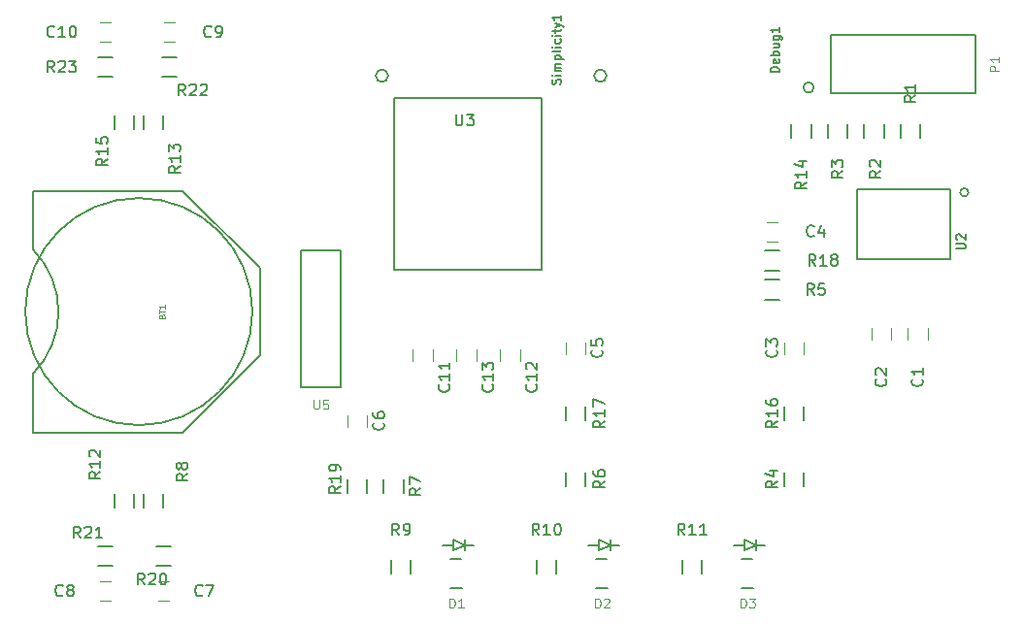
<source format=gbr>
G04 #@! TF.FileFunction,Legend,Top*
%FSLAX46Y46*%
G04 Gerber Fmt 4.6, Leading zero omitted, Abs format (unit mm)*
G04 Created by KiCad (PCBNEW 4.0.4-stable) date 02/19/17 16:13:15*
%MOMM*%
%LPD*%
G01*
G04 APERTURE LIST*
%ADD10C,0.100000*%
%ADD11C,0.150000*%
%ADD12C,0.120000*%
%ADD13C,0.076200*%
%ADD14C,0.152400*%
G04 APERTURE END LIST*
D10*
D11*
X89154000Y-91059000D02*
X89154000Y-96139000D01*
X89154000Y-112141000D02*
X89154000Y-107061000D01*
X89154000Y-107061000D02*
G75*
G03X89154000Y-96139000I-5461000J5461000D01*
G01*
X89154000Y-112141000D02*
X102235000Y-112141000D01*
X102235000Y-91059000D02*
X89154000Y-91059000D01*
X108966000Y-105410000D02*
X108966000Y-97790000D01*
X108966000Y-97790000D02*
X102235000Y-91059000D01*
X108966000Y-105410000D02*
X102235000Y-112141000D01*
X108331000Y-101600000D02*
G75*
G03X108331000Y-101600000I-9906000J0D01*
G01*
D12*
X167220000Y-104005000D02*
X167220000Y-103005000D01*
X165520000Y-103005000D02*
X165520000Y-104005000D01*
X164045000Y-104005000D02*
X164045000Y-103005000D01*
X162345000Y-103005000D02*
X162345000Y-104005000D01*
X154725000Y-104275000D02*
X154725000Y-105275000D01*
X156425000Y-105275000D02*
X156425000Y-104275000D01*
X153170000Y-95465000D02*
X154170000Y-95465000D01*
X154170000Y-93765000D02*
X153170000Y-93765000D01*
X135675000Y-104275000D02*
X135675000Y-105275000D01*
X137375000Y-105275000D02*
X137375000Y-104275000D01*
X116625000Y-110625000D02*
X116625000Y-111625000D01*
X118325000Y-111625000D02*
X118325000Y-110625000D01*
X101084000Y-125134000D02*
X100084000Y-125134000D01*
X100084000Y-126834000D02*
X101084000Y-126834000D01*
X95004000Y-126834000D02*
X96004000Y-126834000D01*
X96004000Y-125134000D02*
X95004000Y-125134000D01*
X101592000Y-76366000D02*
X100592000Y-76366000D01*
X100592000Y-78066000D02*
X101592000Y-78066000D01*
X95004000Y-78066000D02*
X96004000Y-78066000D01*
X96004000Y-76366000D02*
X95004000Y-76366000D01*
X124040000Y-105910000D02*
X124040000Y-104910000D01*
X122340000Y-104910000D02*
X122340000Y-105910000D01*
X131660000Y-105910000D02*
X131660000Y-104910000D01*
X129960000Y-104910000D02*
X129960000Y-105910000D01*
X127850000Y-105910000D02*
X127850000Y-104910000D01*
X126150000Y-104910000D02*
X126150000Y-105910000D01*
D11*
X157302905Y-82042000D02*
G75*
G03X157302905Y-82042000I-457905J0D01*
G01*
X158750000Y-77470000D02*
X158750000Y-82550000D01*
X158770000Y-82529999D02*
X171430000Y-82530000D01*
X171430000Y-82530000D02*
X171430000Y-77490001D01*
X171430000Y-77490001D02*
X158770000Y-77490000D01*
X166610000Y-85252000D02*
X166610000Y-86452000D01*
X164860000Y-86452000D02*
X164860000Y-85252000D01*
X163435000Y-85252000D02*
X163435000Y-86452000D01*
X161685000Y-86452000D02*
X161685000Y-85252000D01*
X160260000Y-85252000D02*
X160260000Y-86452000D01*
X158510000Y-86452000D02*
X158510000Y-85252000D01*
X156450000Y-115605000D02*
X156450000Y-116805000D01*
X154700000Y-116805000D02*
X154700000Y-115605000D01*
X154270000Y-100570000D02*
X153070000Y-100570000D01*
X153070000Y-98820000D02*
X154270000Y-98820000D01*
X135650000Y-116805000D02*
X135650000Y-115605000D01*
X137400000Y-115605000D02*
X137400000Y-116805000D01*
X121525000Y-116240000D02*
X121525000Y-117440000D01*
X119775000Y-117440000D02*
X119775000Y-116240000D01*
X98820000Y-118710000D02*
X98820000Y-117510000D01*
X100570000Y-117510000D02*
X100570000Y-118710000D01*
X120410000Y-124425000D02*
X120410000Y-123225000D01*
X122160000Y-123225000D02*
X122160000Y-124425000D01*
X133110000Y-124425000D02*
X133110000Y-123225000D01*
X134860000Y-123225000D02*
X134860000Y-124425000D01*
X145810000Y-124425000D02*
X145810000Y-123225000D01*
X147560000Y-123225000D02*
X147560000Y-124425000D01*
X96280000Y-118710000D02*
X96280000Y-117510000D01*
X98030000Y-117510000D02*
X98030000Y-118710000D01*
X100570000Y-84490000D02*
X100570000Y-85690000D01*
X98820000Y-85690000D02*
X98820000Y-84490000D01*
X155335000Y-86452000D02*
X155335000Y-85252000D01*
X157085000Y-85252000D02*
X157085000Y-86452000D01*
X98030000Y-84490000D02*
X98030000Y-85690000D01*
X96280000Y-85690000D02*
X96280000Y-84490000D01*
X170793210Y-91186000D02*
G75*
G03X170793210Y-91186000I-359210J0D01*
G01*
X169164000Y-97028000D02*
X161036000Y-97028000D01*
X161036000Y-97028000D02*
X161036000Y-90932000D01*
X161036000Y-90932000D02*
X169164000Y-90932000D01*
X169164000Y-90932000D02*
X169164000Y-97028000D01*
X120650000Y-82970000D02*
X133550000Y-82970000D01*
X133550000Y-82970000D02*
X133550000Y-97970000D01*
X133550000Y-97970000D02*
X120650000Y-97970000D01*
X120650000Y-97970000D02*
X120650000Y-82970000D01*
X120172815Y-81026000D02*
G75*
G03X120172815Y-81026000I-538815J0D01*
G01*
X139222815Y-81026000D02*
G75*
G03X139222815Y-81026000I-538815J0D01*
G01*
X154700000Y-111090000D02*
X154700000Y-109890000D01*
X156450000Y-109890000D02*
X156450000Y-111090000D01*
X135650000Y-111090000D02*
X135650000Y-109890000D01*
X137400000Y-109890000D02*
X137400000Y-111090000D01*
X154270000Y-98030000D02*
X153070000Y-98030000D01*
X153070000Y-96280000D02*
X154270000Y-96280000D01*
X118350000Y-116240000D02*
X118350000Y-117440000D01*
X116600000Y-117440000D02*
X116600000Y-116240000D01*
X101184000Y-123811000D02*
X99984000Y-123811000D01*
X99984000Y-122061000D02*
X101184000Y-122061000D01*
X94904000Y-122061000D02*
X96104000Y-122061000D01*
X96104000Y-123811000D02*
X94904000Y-123811000D01*
X101692000Y-81139000D02*
X100492000Y-81139000D01*
X100492000Y-79389000D02*
X101692000Y-79389000D01*
X94904000Y-79389000D02*
X96104000Y-79389000D01*
X96104000Y-81139000D02*
X94904000Y-81139000D01*
X112550000Y-108235000D02*
X112550000Y-96235000D01*
X112550000Y-96235000D02*
X116050000Y-96235000D01*
X116050000Y-96235000D02*
X116050000Y-108235000D01*
X116050000Y-108235000D02*
X112550000Y-108235000D01*
X152285000Y-122460000D02*
X152285000Y-121460000D01*
X151285000Y-121960000D02*
X150285000Y-121960000D01*
X152285000Y-121960000D02*
X151285000Y-122460000D01*
X151285000Y-122460000D02*
X151285000Y-121460000D01*
X151285000Y-121460000D02*
X152285000Y-121960000D01*
X152285000Y-121960000D02*
X153035000Y-121960000D01*
X151035000Y-123160000D02*
X151935000Y-123160000D01*
X151035000Y-125760000D02*
X152035000Y-125760000D01*
X139585000Y-122460000D02*
X139585000Y-121460000D01*
X138585000Y-121960000D02*
X137585000Y-121960000D01*
X139585000Y-121960000D02*
X138585000Y-122460000D01*
X138585000Y-122460000D02*
X138585000Y-121460000D01*
X138585000Y-121460000D02*
X139585000Y-121960000D01*
X139585000Y-121960000D02*
X140335000Y-121960000D01*
X138335000Y-123160000D02*
X139235000Y-123160000D01*
X138335000Y-125760000D02*
X139335000Y-125760000D01*
X126885000Y-122460000D02*
X126885000Y-121460000D01*
X125885000Y-121960000D02*
X124885000Y-121960000D01*
X126885000Y-121960000D02*
X125885000Y-122460000D01*
X125885000Y-122460000D02*
X125885000Y-121460000D01*
X125885000Y-121460000D02*
X126885000Y-121960000D01*
X126885000Y-121960000D02*
X127635000Y-121960000D01*
X125635000Y-123160000D02*
X126535000Y-123160000D01*
X125635000Y-125760000D02*
X126635000Y-125760000D01*
D13*
X100420714Y-101999143D02*
X100444905Y-101926572D01*
X100469095Y-101902381D01*
X100517476Y-101878191D01*
X100590048Y-101878191D01*
X100638429Y-101902381D01*
X100662619Y-101926572D01*
X100686810Y-101974953D01*
X100686810Y-102168477D01*
X100178810Y-102168477D01*
X100178810Y-101999143D01*
X100203000Y-101950762D01*
X100227190Y-101926572D01*
X100275571Y-101902381D01*
X100323952Y-101902381D01*
X100372333Y-101926572D01*
X100396524Y-101950762D01*
X100420714Y-101999143D01*
X100420714Y-102168477D01*
X100178810Y-101733048D02*
X100178810Y-101442762D01*
X100686810Y-101587905D02*
X100178810Y-101587905D01*
X100686810Y-101007333D02*
X100686810Y-101297619D01*
X100686810Y-101152476D02*
X100178810Y-101152476D01*
X100251381Y-101200857D01*
X100299762Y-101249238D01*
X100323952Y-101297619D01*
D11*
X166727143Y-107481666D02*
X166774762Y-107529285D01*
X166822381Y-107672142D01*
X166822381Y-107767380D01*
X166774762Y-107910238D01*
X166679524Y-108005476D01*
X166584286Y-108053095D01*
X166393810Y-108100714D01*
X166250952Y-108100714D01*
X166060476Y-108053095D01*
X165965238Y-108005476D01*
X165870000Y-107910238D01*
X165822381Y-107767380D01*
X165822381Y-107672142D01*
X165870000Y-107529285D01*
X165917619Y-107481666D01*
X166822381Y-106529285D02*
X166822381Y-107100714D01*
X166822381Y-106815000D02*
X165822381Y-106815000D01*
X165965238Y-106910238D01*
X166060476Y-107005476D01*
X166108095Y-107100714D01*
X163552143Y-107481666D02*
X163599762Y-107529285D01*
X163647381Y-107672142D01*
X163647381Y-107767380D01*
X163599762Y-107910238D01*
X163504524Y-108005476D01*
X163409286Y-108053095D01*
X163218810Y-108100714D01*
X163075952Y-108100714D01*
X162885476Y-108053095D01*
X162790238Y-108005476D01*
X162695000Y-107910238D01*
X162647381Y-107767380D01*
X162647381Y-107672142D01*
X162695000Y-107529285D01*
X162742619Y-107481666D01*
X162742619Y-107100714D02*
X162695000Y-107053095D01*
X162647381Y-106957857D01*
X162647381Y-106719761D01*
X162695000Y-106624523D01*
X162742619Y-106576904D01*
X162837857Y-106529285D01*
X162933095Y-106529285D01*
X163075952Y-106576904D01*
X163647381Y-107148333D01*
X163647381Y-106529285D01*
X154027143Y-104941666D02*
X154074762Y-104989285D01*
X154122381Y-105132142D01*
X154122381Y-105227380D01*
X154074762Y-105370238D01*
X153979524Y-105465476D01*
X153884286Y-105513095D01*
X153693810Y-105560714D01*
X153550952Y-105560714D01*
X153360476Y-105513095D01*
X153265238Y-105465476D01*
X153170000Y-105370238D01*
X153122381Y-105227380D01*
X153122381Y-105132142D01*
X153170000Y-104989285D01*
X153217619Y-104941666D01*
X153122381Y-104608333D02*
X153122381Y-103989285D01*
X153503333Y-104322619D01*
X153503333Y-104179761D01*
X153550952Y-104084523D01*
X153598571Y-104036904D01*
X153693810Y-103989285D01*
X153931905Y-103989285D01*
X154027143Y-104036904D01*
X154074762Y-104084523D01*
X154122381Y-104179761D01*
X154122381Y-104465476D01*
X154074762Y-104560714D01*
X154027143Y-104608333D01*
X157313334Y-94972143D02*
X157265715Y-95019762D01*
X157122858Y-95067381D01*
X157027620Y-95067381D01*
X156884762Y-95019762D01*
X156789524Y-94924524D01*
X156741905Y-94829286D01*
X156694286Y-94638810D01*
X156694286Y-94495952D01*
X156741905Y-94305476D01*
X156789524Y-94210238D01*
X156884762Y-94115000D01*
X157027620Y-94067381D01*
X157122858Y-94067381D01*
X157265715Y-94115000D01*
X157313334Y-94162619D01*
X158170477Y-94400714D02*
X158170477Y-95067381D01*
X157932381Y-94019762D02*
X157694286Y-94734048D01*
X158313334Y-94734048D01*
X138787143Y-104941666D02*
X138834762Y-104989285D01*
X138882381Y-105132142D01*
X138882381Y-105227380D01*
X138834762Y-105370238D01*
X138739524Y-105465476D01*
X138644286Y-105513095D01*
X138453810Y-105560714D01*
X138310952Y-105560714D01*
X138120476Y-105513095D01*
X138025238Y-105465476D01*
X137930000Y-105370238D01*
X137882381Y-105227380D01*
X137882381Y-105132142D01*
X137930000Y-104989285D01*
X137977619Y-104941666D01*
X137882381Y-104036904D02*
X137882381Y-104513095D01*
X138358571Y-104560714D01*
X138310952Y-104513095D01*
X138263333Y-104417857D01*
X138263333Y-104179761D01*
X138310952Y-104084523D01*
X138358571Y-104036904D01*
X138453810Y-103989285D01*
X138691905Y-103989285D01*
X138787143Y-104036904D01*
X138834762Y-104084523D01*
X138882381Y-104179761D01*
X138882381Y-104417857D01*
X138834762Y-104513095D01*
X138787143Y-104560714D01*
X119737143Y-111291666D02*
X119784762Y-111339285D01*
X119832381Y-111482142D01*
X119832381Y-111577380D01*
X119784762Y-111720238D01*
X119689524Y-111815476D01*
X119594286Y-111863095D01*
X119403810Y-111910714D01*
X119260952Y-111910714D01*
X119070476Y-111863095D01*
X118975238Y-111815476D01*
X118880000Y-111720238D01*
X118832381Y-111577380D01*
X118832381Y-111482142D01*
X118880000Y-111339285D01*
X118927619Y-111291666D01*
X118832381Y-110434523D02*
X118832381Y-110625000D01*
X118880000Y-110720238D01*
X118927619Y-110767857D01*
X119070476Y-110863095D01*
X119260952Y-110910714D01*
X119641905Y-110910714D01*
X119737143Y-110863095D01*
X119784762Y-110815476D01*
X119832381Y-110720238D01*
X119832381Y-110529761D01*
X119784762Y-110434523D01*
X119737143Y-110386904D01*
X119641905Y-110339285D01*
X119403810Y-110339285D01*
X119308571Y-110386904D01*
X119260952Y-110434523D01*
X119213333Y-110529761D01*
X119213333Y-110720238D01*
X119260952Y-110815476D01*
X119308571Y-110863095D01*
X119403810Y-110910714D01*
X103973334Y-126341143D02*
X103925715Y-126388762D01*
X103782858Y-126436381D01*
X103687620Y-126436381D01*
X103544762Y-126388762D01*
X103449524Y-126293524D01*
X103401905Y-126198286D01*
X103354286Y-126007810D01*
X103354286Y-125864952D01*
X103401905Y-125674476D01*
X103449524Y-125579238D01*
X103544762Y-125484000D01*
X103687620Y-125436381D01*
X103782858Y-125436381D01*
X103925715Y-125484000D01*
X103973334Y-125531619D01*
X104306667Y-125436381D02*
X104973334Y-125436381D01*
X104544762Y-126436381D01*
X91781334Y-126341143D02*
X91733715Y-126388762D01*
X91590858Y-126436381D01*
X91495620Y-126436381D01*
X91352762Y-126388762D01*
X91257524Y-126293524D01*
X91209905Y-126198286D01*
X91162286Y-126007810D01*
X91162286Y-125864952D01*
X91209905Y-125674476D01*
X91257524Y-125579238D01*
X91352762Y-125484000D01*
X91495620Y-125436381D01*
X91590858Y-125436381D01*
X91733715Y-125484000D01*
X91781334Y-125531619D01*
X92352762Y-125864952D02*
X92257524Y-125817333D01*
X92209905Y-125769714D01*
X92162286Y-125674476D01*
X92162286Y-125626857D01*
X92209905Y-125531619D01*
X92257524Y-125484000D01*
X92352762Y-125436381D01*
X92543239Y-125436381D01*
X92638477Y-125484000D01*
X92686096Y-125531619D01*
X92733715Y-125626857D01*
X92733715Y-125674476D01*
X92686096Y-125769714D01*
X92638477Y-125817333D01*
X92543239Y-125864952D01*
X92352762Y-125864952D01*
X92257524Y-125912571D01*
X92209905Y-125960190D01*
X92162286Y-126055429D01*
X92162286Y-126245905D01*
X92209905Y-126341143D01*
X92257524Y-126388762D01*
X92352762Y-126436381D01*
X92543239Y-126436381D01*
X92638477Y-126388762D01*
X92686096Y-126341143D01*
X92733715Y-126245905D01*
X92733715Y-126055429D01*
X92686096Y-125960190D01*
X92638477Y-125912571D01*
X92543239Y-125864952D01*
X104735334Y-77573143D02*
X104687715Y-77620762D01*
X104544858Y-77668381D01*
X104449620Y-77668381D01*
X104306762Y-77620762D01*
X104211524Y-77525524D01*
X104163905Y-77430286D01*
X104116286Y-77239810D01*
X104116286Y-77096952D01*
X104163905Y-76906476D01*
X104211524Y-76811238D01*
X104306762Y-76716000D01*
X104449620Y-76668381D01*
X104544858Y-76668381D01*
X104687715Y-76716000D01*
X104735334Y-76763619D01*
X105211524Y-77668381D02*
X105402000Y-77668381D01*
X105497239Y-77620762D01*
X105544858Y-77573143D01*
X105640096Y-77430286D01*
X105687715Y-77239810D01*
X105687715Y-76858857D01*
X105640096Y-76763619D01*
X105592477Y-76716000D01*
X105497239Y-76668381D01*
X105306762Y-76668381D01*
X105211524Y-76716000D01*
X105163905Y-76763619D01*
X105116286Y-76858857D01*
X105116286Y-77096952D01*
X105163905Y-77192190D01*
X105211524Y-77239810D01*
X105306762Y-77287429D01*
X105497239Y-77287429D01*
X105592477Y-77239810D01*
X105640096Y-77192190D01*
X105687715Y-77096952D01*
X91051143Y-77573143D02*
X91003524Y-77620762D01*
X90860667Y-77668381D01*
X90765429Y-77668381D01*
X90622571Y-77620762D01*
X90527333Y-77525524D01*
X90479714Y-77430286D01*
X90432095Y-77239810D01*
X90432095Y-77096952D01*
X90479714Y-76906476D01*
X90527333Y-76811238D01*
X90622571Y-76716000D01*
X90765429Y-76668381D01*
X90860667Y-76668381D01*
X91003524Y-76716000D01*
X91051143Y-76763619D01*
X92003524Y-77668381D02*
X91432095Y-77668381D01*
X91717809Y-77668381D02*
X91717809Y-76668381D01*
X91622571Y-76811238D01*
X91527333Y-76906476D01*
X91432095Y-76954095D01*
X92622571Y-76668381D02*
X92717810Y-76668381D01*
X92813048Y-76716000D01*
X92860667Y-76763619D01*
X92908286Y-76858857D01*
X92955905Y-77049333D01*
X92955905Y-77287429D01*
X92908286Y-77477905D01*
X92860667Y-77573143D01*
X92813048Y-77620762D01*
X92717810Y-77668381D01*
X92622571Y-77668381D01*
X92527333Y-77620762D01*
X92479714Y-77573143D01*
X92432095Y-77477905D01*
X92384476Y-77287429D01*
X92384476Y-77049333D01*
X92432095Y-76858857D01*
X92479714Y-76763619D01*
X92527333Y-76716000D01*
X92622571Y-76668381D01*
X125452143Y-107957857D02*
X125499762Y-108005476D01*
X125547381Y-108148333D01*
X125547381Y-108243571D01*
X125499762Y-108386429D01*
X125404524Y-108481667D01*
X125309286Y-108529286D01*
X125118810Y-108576905D01*
X124975952Y-108576905D01*
X124785476Y-108529286D01*
X124690238Y-108481667D01*
X124595000Y-108386429D01*
X124547381Y-108243571D01*
X124547381Y-108148333D01*
X124595000Y-108005476D01*
X124642619Y-107957857D01*
X125547381Y-107005476D02*
X125547381Y-107576905D01*
X125547381Y-107291191D02*
X124547381Y-107291191D01*
X124690238Y-107386429D01*
X124785476Y-107481667D01*
X124833095Y-107576905D01*
X125547381Y-106053095D02*
X125547381Y-106624524D01*
X125547381Y-106338810D02*
X124547381Y-106338810D01*
X124690238Y-106434048D01*
X124785476Y-106529286D01*
X124833095Y-106624524D01*
X133072143Y-107957857D02*
X133119762Y-108005476D01*
X133167381Y-108148333D01*
X133167381Y-108243571D01*
X133119762Y-108386429D01*
X133024524Y-108481667D01*
X132929286Y-108529286D01*
X132738810Y-108576905D01*
X132595952Y-108576905D01*
X132405476Y-108529286D01*
X132310238Y-108481667D01*
X132215000Y-108386429D01*
X132167381Y-108243571D01*
X132167381Y-108148333D01*
X132215000Y-108005476D01*
X132262619Y-107957857D01*
X133167381Y-107005476D02*
X133167381Y-107576905D01*
X133167381Y-107291191D02*
X132167381Y-107291191D01*
X132310238Y-107386429D01*
X132405476Y-107481667D01*
X132453095Y-107576905D01*
X132262619Y-106624524D02*
X132215000Y-106576905D01*
X132167381Y-106481667D01*
X132167381Y-106243571D01*
X132215000Y-106148333D01*
X132262619Y-106100714D01*
X132357857Y-106053095D01*
X132453095Y-106053095D01*
X132595952Y-106100714D01*
X133167381Y-106672143D01*
X133167381Y-106053095D01*
X129262143Y-107957857D02*
X129309762Y-108005476D01*
X129357381Y-108148333D01*
X129357381Y-108243571D01*
X129309762Y-108386429D01*
X129214524Y-108481667D01*
X129119286Y-108529286D01*
X128928810Y-108576905D01*
X128785952Y-108576905D01*
X128595476Y-108529286D01*
X128500238Y-108481667D01*
X128405000Y-108386429D01*
X128357381Y-108243571D01*
X128357381Y-108148333D01*
X128405000Y-108005476D01*
X128452619Y-107957857D01*
X129357381Y-107005476D02*
X129357381Y-107576905D01*
X129357381Y-107291191D02*
X128357381Y-107291191D01*
X128500238Y-107386429D01*
X128595476Y-107481667D01*
X128643095Y-107576905D01*
X128357381Y-106672143D02*
X128357381Y-106053095D01*
X128738333Y-106386429D01*
X128738333Y-106243571D01*
X128785952Y-106148333D01*
X128833571Y-106100714D01*
X128928810Y-106053095D01*
X129166905Y-106053095D01*
X129262143Y-106100714D01*
X129309762Y-106148333D01*
X129357381Y-106243571D01*
X129357381Y-106529286D01*
X129309762Y-106624524D01*
X129262143Y-106672143D01*
D10*
X173462905Y-80600476D02*
X172662905Y-80600476D01*
X172662905Y-80295714D01*
X172701000Y-80219523D01*
X172739095Y-80181428D01*
X172815286Y-80143333D01*
X172929571Y-80143333D01*
X173005762Y-80181428D01*
X173043857Y-80219523D01*
X173081952Y-80295714D01*
X173081952Y-80600476D01*
X173462905Y-79381428D02*
X173462905Y-79838571D01*
X173462905Y-79610000D02*
X172662905Y-79610000D01*
X172777190Y-79686190D01*
X172853381Y-79762381D01*
X172891476Y-79838571D01*
D11*
X166187381Y-82716666D02*
X165711190Y-83050000D01*
X166187381Y-83288095D02*
X165187381Y-83288095D01*
X165187381Y-82907142D01*
X165235000Y-82811904D01*
X165282619Y-82764285D01*
X165377857Y-82716666D01*
X165520714Y-82716666D01*
X165615952Y-82764285D01*
X165663571Y-82811904D01*
X165711190Y-82907142D01*
X165711190Y-83288095D01*
X166187381Y-81764285D02*
X166187381Y-82335714D01*
X166187381Y-82050000D02*
X165187381Y-82050000D01*
X165330238Y-82145238D01*
X165425476Y-82240476D01*
X165473095Y-82335714D01*
X163139381Y-89320666D02*
X162663190Y-89654000D01*
X163139381Y-89892095D02*
X162139381Y-89892095D01*
X162139381Y-89511142D01*
X162187000Y-89415904D01*
X162234619Y-89368285D01*
X162329857Y-89320666D01*
X162472714Y-89320666D01*
X162567952Y-89368285D01*
X162615571Y-89415904D01*
X162663190Y-89511142D01*
X162663190Y-89892095D01*
X162234619Y-88939714D02*
X162187000Y-88892095D01*
X162139381Y-88796857D01*
X162139381Y-88558761D01*
X162187000Y-88463523D01*
X162234619Y-88415904D01*
X162329857Y-88368285D01*
X162425095Y-88368285D01*
X162567952Y-88415904D01*
X163139381Y-88987333D01*
X163139381Y-88368285D01*
X159837381Y-89320666D02*
X159361190Y-89654000D01*
X159837381Y-89892095D02*
X158837381Y-89892095D01*
X158837381Y-89511142D01*
X158885000Y-89415904D01*
X158932619Y-89368285D01*
X159027857Y-89320666D01*
X159170714Y-89320666D01*
X159265952Y-89368285D01*
X159313571Y-89415904D01*
X159361190Y-89511142D01*
X159361190Y-89892095D01*
X158837381Y-88987333D02*
X158837381Y-88368285D01*
X159218333Y-88701619D01*
X159218333Y-88558761D01*
X159265952Y-88463523D01*
X159313571Y-88415904D01*
X159408810Y-88368285D01*
X159646905Y-88368285D01*
X159742143Y-88415904D01*
X159789762Y-88463523D01*
X159837381Y-88558761D01*
X159837381Y-88844476D01*
X159789762Y-88939714D01*
X159742143Y-88987333D01*
X154122381Y-116371666D02*
X153646190Y-116705000D01*
X154122381Y-116943095D02*
X153122381Y-116943095D01*
X153122381Y-116562142D01*
X153170000Y-116466904D01*
X153217619Y-116419285D01*
X153312857Y-116371666D01*
X153455714Y-116371666D01*
X153550952Y-116419285D01*
X153598571Y-116466904D01*
X153646190Y-116562142D01*
X153646190Y-116943095D01*
X153455714Y-115514523D02*
X154122381Y-115514523D01*
X153074762Y-115752619D02*
X153789048Y-115990714D01*
X153789048Y-115371666D01*
X157313334Y-100147381D02*
X156980000Y-99671190D01*
X156741905Y-100147381D02*
X156741905Y-99147381D01*
X157122858Y-99147381D01*
X157218096Y-99195000D01*
X157265715Y-99242619D01*
X157313334Y-99337857D01*
X157313334Y-99480714D01*
X157265715Y-99575952D01*
X157218096Y-99623571D01*
X157122858Y-99671190D01*
X156741905Y-99671190D01*
X158218096Y-99147381D02*
X157741905Y-99147381D01*
X157694286Y-99623571D01*
X157741905Y-99575952D01*
X157837143Y-99528333D01*
X158075239Y-99528333D01*
X158170477Y-99575952D01*
X158218096Y-99623571D01*
X158265715Y-99718810D01*
X158265715Y-99956905D01*
X158218096Y-100052143D01*
X158170477Y-100099762D01*
X158075239Y-100147381D01*
X157837143Y-100147381D01*
X157741905Y-100099762D01*
X157694286Y-100052143D01*
X139077381Y-116371666D02*
X138601190Y-116705000D01*
X139077381Y-116943095D02*
X138077381Y-116943095D01*
X138077381Y-116562142D01*
X138125000Y-116466904D01*
X138172619Y-116419285D01*
X138267857Y-116371666D01*
X138410714Y-116371666D01*
X138505952Y-116419285D01*
X138553571Y-116466904D01*
X138601190Y-116562142D01*
X138601190Y-116943095D01*
X138077381Y-115514523D02*
X138077381Y-115705000D01*
X138125000Y-115800238D01*
X138172619Y-115847857D01*
X138315476Y-115943095D01*
X138505952Y-115990714D01*
X138886905Y-115990714D01*
X138982143Y-115943095D01*
X139029762Y-115895476D01*
X139077381Y-115800238D01*
X139077381Y-115609761D01*
X139029762Y-115514523D01*
X138982143Y-115466904D01*
X138886905Y-115419285D01*
X138648810Y-115419285D01*
X138553571Y-115466904D01*
X138505952Y-115514523D01*
X138458333Y-115609761D01*
X138458333Y-115800238D01*
X138505952Y-115895476D01*
X138553571Y-115943095D01*
X138648810Y-115990714D01*
X123007381Y-117006666D02*
X122531190Y-117340000D01*
X123007381Y-117578095D02*
X122007381Y-117578095D01*
X122007381Y-117197142D01*
X122055000Y-117101904D01*
X122102619Y-117054285D01*
X122197857Y-117006666D01*
X122340714Y-117006666D01*
X122435952Y-117054285D01*
X122483571Y-117101904D01*
X122531190Y-117197142D01*
X122531190Y-117578095D01*
X122007381Y-116673333D02*
X122007381Y-116006666D01*
X123007381Y-116435238D01*
X102687381Y-115736666D02*
X102211190Y-116070000D01*
X102687381Y-116308095D02*
X101687381Y-116308095D01*
X101687381Y-115927142D01*
X101735000Y-115831904D01*
X101782619Y-115784285D01*
X101877857Y-115736666D01*
X102020714Y-115736666D01*
X102115952Y-115784285D01*
X102163571Y-115831904D01*
X102211190Y-115927142D01*
X102211190Y-116308095D01*
X102115952Y-115165238D02*
X102068333Y-115260476D01*
X102020714Y-115308095D01*
X101925476Y-115355714D01*
X101877857Y-115355714D01*
X101782619Y-115308095D01*
X101735000Y-115260476D01*
X101687381Y-115165238D01*
X101687381Y-114974761D01*
X101735000Y-114879523D01*
X101782619Y-114831904D01*
X101877857Y-114784285D01*
X101925476Y-114784285D01*
X102020714Y-114831904D01*
X102068333Y-114879523D01*
X102115952Y-114974761D01*
X102115952Y-115165238D01*
X102163571Y-115260476D01*
X102211190Y-115308095D01*
X102306429Y-115355714D01*
X102496905Y-115355714D01*
X102592143Y-115308095D01*
X102639762Y-115260476D01*
X102687381Y-115165238D01*
X102687381Y-114974761D01*
X102639762Y-114879523D01*
X102592143Y-114831904D01*
X102496905Y-114784285D01*
X102306429Y-114784285D01*
X102211190Y-114831904D01*
X102163571Y-114879523D01*
X102115952Y-114974761D01*
X121118334Y-121102381D02*
X120785000Y-120626190D01*
X120546905Y-121102381D02*
X120546905Y-120102381D01*
X120927858Y-120102381D01*
X121023096Y-120150000D01*
X121070715Y-120197619D01*
X121118334Y-120292857D01*
X121118334Y-120435714D01*
X121070715Y-120530952D01*
X121023096Y-120578571D01*
X120927858Y-120626190D01*
X120546905Y-120626190D01*
X121594524Y-121102381D02*
X121785000Y-121102381D01*
X121880239Y-121054762D01*
X121927858Y-121007143D01*
X122023096Y-120864286D01*
X122070715Y-120673810D01*
X122070715Y-120292857D01*
X122023096Y-120197619D01*
X121975477Y-120150000D01*
X121880239Y-120102381D01*
X121689762Y-120102381D01*
X121594524Y-120150000D01*
X121546905Y-120197619D01*
X121499286Y-120292857D01*
X121499286Y-120530952D01*
X121546905Y-120626190D01*
X121594524Y-120673810D01*
X121689762Y-120721429D01*
X121880239Y-120721429D01*
X121975477Y-120673810D01*
X122023096Y-120626190D01*
X122070715Y-120530952D01*
X133342143Y-121102381D02*
X133008809Y-120626190D01*
X132770714Y-121102381D02*
X132770714Y-120102381D01*
X133151667Y-120102381D01*
X133246905Y-120150000D01*
X133294524Y-120197619D01*
X133342143Y-120292857D01*
X133342143Y-120435714D01*
X133294524Y-120530952D01*
X133246905Y-120578571D01*
X133151667Y-120626190D01*
X132770714Y-120626190D01*
X134294524Y-121102381D02*
X133723095Y-121102381D01*
X134008809Y-121102381D02*
X134008809Y-120102381D01*
X133913571Y-120245238D01*
X133818333Y-120340476D01*
X133723095Y-120388095D01*
X134913571Y-120102381D02*
X135008810Y-120102381D01*
X135104048Y-120150000D01*
X135151667Y-120197619D01*
X135199286Y-120292857D01*
X135246905Y-120483333D01*
X135246905Y-120721429D01*
X135199286Y-120911905D01*
X135151667Y-121007143D01*
X135104048Y-121054762D01*
X135008810Y-121102381D01*
X134913571Y-121102381D01*
X134818333Y-121054762D01*
X134770714Y-121007143D01*
X134723095Y-120911905D01*
X134675476Y-120721429D01*
X134675476Y-120483333D01*
X134723095Y-120292857D01*
X134770714Y-120197619D01*
X134818333Y-120150000D01*
X134913571Y-120102381D01*
X146042143Y-121102381D02*
X145708809Y-120626190D01*
X145470714Y-121102381D02*
X145470714Y-120102381D01*
X145851667Y-120102381D01*
X145946905Y-120150000D01*
X145994524Y-120197619D01*
X146042143Y-120292857D01*
X146042143Y-120435714D01*
X145994524Y-120530952D01*
X145946905Y-120578571D01*
X145851667Y-120626190D01*
X145470714Y-120626190D01*
X146994524Y-121102381D02*
X146423095Y-121102381D01*
X146708809Y-121102381D02*
X146708809Y-120102381D01*
X146613571Y-120245238D01*
X146518333Y-120340476D01*
X146423095Y-120388095D01*
X147946905Y-121102381D02*
X147375476Y-121102381D01*
X147661190Y-121102381D02*
X147661190Y-120102381D01*
X147565952Y-120245238D01*
X147470714Y-120340476D01*
X147375476Y-120388095D01*
X95067381Y-115577857D02*
X94591190Y-115911191D01*
X95067381Y-116149286D02*
X94067381Y-116149286D01*
X94067381Y-115768333D01*
X94115000Y-115673095D01*
X94162619Y-115625476D01*
X94257857Y-115577857D01*
X94400714Y-115577857D01*
X94495952Y-115625476D01*
X94543571Y-115673095D01*
X94591190Y-115768333D01*
X94591190Y-116149286D01*
X95067381Y-114625476D02*
X95067381Y-115196905D01*
X95067381Y-114911191D02*
X94067381Y-114911191D01*
X94210238Y-115006429D01*
X94305476Y-115101667D01*
X94353095Y-115196905D01*
X94162619Y-114244524D02*
X94115000Y-114196905D01*
X94067381Y-114101667D01*
X94067381Y-113863571D01*
X94115000Y-113768333D01*
X94162619Y-113720714D01*
X94257857Y-113673095D01*
X94353095Y-113673095D01*
X94495952Y-113720714D01*
X95067381Y-114292143D01*
X95067381Y-113673095D01*
X102052381Y-88907857D02*
X101576190Y-89241191D01*
X102052381Y-89479286D02*
X101052381Y-89479286D01*
X101052381Y-89098333D01*
X101100000Y-89003095D01*
X101147619Y-88955476D01*
X101242857Y-88907857D01*
X101385714Y-88907857D01*
X101480952Y-88955476D01*
X101528571Y-89003095D01*
X101576190Y-89098333D01*
X101576190Y-89479286D01*
X102052381Y-87955476D02*
X102052381Y-88526905D01*
X102052381Y-88241191D02*
X101052381Y-88241191D01*
X101195238Y-88336429D01*
X101290476Y-88431667D01*
X101338095Y-88526905D01*
X101052381Y-87622143D02*
X101052381Y-87003095D01*
X101433333Y-87336429D01*
X101433333Y-87193571D01*
X101480952Y-87098333D01*
X101528571Y-87050714D01*
X101623810Y-87003095D01*
X101861905Y-87003095D01*
X101957143Y-87050714D01*
X102004762Y-87098333D01*
X102052381Y-87193571D01*
X102052381Y-87479286D01*
X102004762Y-87574524D01*
X101957143Y-87622143D01*
X156662381Y-90304857D02*
X156186190Y-90638191D01*
X156662381Y-90876286D02*
X155662381Y-90876286D01*
X155662381Y-90495333D01*
X155710000Y-90400095D01*
X155757619Y-90352476D01*
X155852857Y-90304857D01*
X155995714Y-90304857D01*
X156090952Y-90352476D01*
X156138571Y-90400095D01*
X156186190Y-90495333D01*
X156186190Y-90876286D01*
X156662381Y-89352476D02*
X156662381Y-89923905D01*
X156662381Y-89638191D02*
X155662381Y-89638191D01*
X155805238Y-89733429D01*
X155900476Y-89828667D01*
X155948095Y-89923905D01*
X155995714Y-88495333D02*
X156662381Y-88495333D01*
X155614762Y-88733429D02*
X156329048Y-88971524D01*
X156329048Y-88352476D01*
X95702381Y-88272857D02*
X95226190Y-88606191D01*
X95702381Y-88844286D02*
X94702381Y-88844286D01*
X94702381Y-88463333D01*
X94750000Y-88368095D01*
X94797619Y-88320476D01*
X94892857Y-88272857D01*
X95035714Y-88272857D01*
X95130952Y-88320476D01*
X95178571Y-88368095D01*
X95226190Y-88463333D01*
X95226190Y-88844286D01*
X95702381Y-87320476D02*
X95702381Y-87891905D01*
X95702381Y-87606191D02*
X94702381Y-87606191D01*
X94845238Y-87701429D01*
X94940476Y-87796667D01*
X94988095Y-87891905D01*
X94702381Y-86415714D02*
X94702381Y-86891905D01*
X95178571Y-86939524D01*
X95130952Y-86891905D01*
X95083333Y-86796667D01*
X95083333Y-86558571D01*
X95130952Y-86463333D01*
X95178571Y-86415714D01*
X95273810Y-86368095D01*
X95511905Y-86368095D01*
X95607143Y-86415714D01*
X95654762Y-86463333D01*
X95702381Y-86558571D01*
X95702381Y-86796667D01*
X95654762Y-86891905D01*
X95607143Y-86939524D01*
X169741905Y-96113524D02*
X170389524Y-96113524D01*
X170465714Y-96075429D01*
X170503810Y-96037333D01*
X170541905Y-95961143D01*
X170541905Y-95808762D01*
X170503810Y-95732571D01*
X170465714Y-95694476D01*
X170389524Y-95656381D01*
X169741905Y-95656381D01*
X169818095Y-95313524D02*
X169780000Y-95275429D01*
X169741905Y-95199238D01*
X169741905Y-95008762D01*
X169780000Y-94932572D01*
X169818095Y-94894476D01*
X169894286Y-94856381D01*
X169970476Y-94856381D01*
X170084762Y-94894476D01*
X170541905Y-95351619D01*
X170541905Y-94856381D01*
X126088095Y-84372381D02*
X126088095Y-85181905D01*
X126135714Y-85277143D01*
X126183333Y-85324762D01*
X126278571Y-85372381D01*
X126469048Y-85372381D01*
X126564286Y-85324762D01*
X126611905Y-85277143D01*
X126659524Y-85181905D01*
X126659524Y-84372381D01*
X127040476Y-84372381D02*
X127659524Y-84372381D01*
X127326190Y-84753333D01*
X127469048Y-84753333D01*
X127564286Y-84800952D01*
X127611905Y-84848571D01*
X127659524Y-84943810D01*
X127659524Y-85181905D01*
X127611905Y-85277143D01*
X127564286Y-85324762D01*
X127469048Y-85372381D01*
X127183333Y-85372381D01*
X127088095Y-85324762D01*
X127040476Y-85277143D01*
D14*
X135182429Y-81751714D02*
X135218714Y-81642857D01*
X135218714Y-81461428D01*
X135182429Y-81388857D01*
X135146143Y-81352571D01*
X135073571Y-81316286D01*
X135001000Y-81316286D01*
X134928429Y-81352571D01*
X134892143Y-81388857D01*
X134855857Y-81461428D01*
X134819571Y-81606571D01*
X134783286Y-81679143D01*
X134747000Y-81715428D01*
X134674429Y-81751714D01*
X134601857Y-81751714D01*
X134529286Y-81715428D01*
X134493000Y-81679143D01*
X134456714Y-81606571D01*
X134456714Y-81425143D01*
X134493000Y-81316286D01*
X135218714Y-80989714D02*
X134710714Y-80989714D01*
X134456714Y-80989714D02*
X134493000Y-81026000D01*
X134529286Y-80989714D01*
X134493000Y-80953429D01*
X134456714Y-80989714D01*
X134529286Y-80989714D01*
X135218714Y-80626857D02*
X134710714Y-80626857D01*
X134783286Y-80626857D02*
X134747000Y-80590572D01*
X134710714Y-80518000D01*
X134710714Y-80409143D01*
X134747000Y-80336572D01*
X134819571Y-80300286D01*
X135218714Y-80300286D01*
X134819571Y-80300286D02*
X134747000Y-80264000D01*
X134710714Y-80191429D01*
X134710714Y-80082572D01*
X134747000Y-80010000D01*
X134819571Y-79973715D01*
X135218714Y-79973715D01*
X134710714Y-79610857D02*
X135472714Y-79610857D01*
X134747000Y-79610857D02*
X134710714Y-79538286D01*
X134710714Y-79393143D01*
X134747000Y-79320572D01*
X134783286Y-79284286D01*
X134855857Y-79248000D01*
X135073571Y-79248000D01*
X135146143Y-79284286D01*
X135182429Y-79320572D01*
X135218714Y-79393143D01*
X135218714Y-79538286D01*
X135182429Y-79610857D01*
X135218714Y-78812571D02*
X135182429Y-78885143D01*
X135109857Y-78921428D01*
X134456714Y-78921428D01*
X135218714Y-78522285D02*
X134710714Y-78522285D01*
X134456714Y-78522285D02*
X134493000Y-78558571D01*
X134529286Y-78522285D01*
X134493000Y-78486000D01*
X134456714Y-78522285D01*
X134529286Y-78522285D01*
X135182429Y-77832857D02*
X135218714Y-77905428D01*
X135218714Y-78050571D01*
X135182429Y-78123143D01*
X135146143Y-78159428D01*
X135073571Y-78195714D01*
X134855857Y-78195714D01*
X134783286Y-78159428D01*
X134747000Y-78123143D01*
X134710714Y-78050571D01*
X134710714Y-77905428D01*
X134747000Y-77832857D01*
X135218714Y-77506285D02*
X134710714Y-77506285D01*
X134456714Y-77506285D02*
X134493000Y-77542571D01*
X134529286Y-77506285D01*
X134493000Y-77470000D01*
X134456714Y-77506285D01*
X134529286Y-77506285D01*
X134710714Y-77252286D02*
X134710714Y-76962000D01*
X134456714Y-77143428D02*
X135109857Y-77143428D01*
X135182429Y-77107143D01*
X135218714Y-77034571D01*
X135218714Y-76962000D01*
X134710714Y-76780571D02*
X135218714Y-76599142D01*
X134710714Y-76417714D02*
X135218714Y-76599142D01*
X135400143Y-76671714D01*
X135436429Y-76707999D01*
X135472714Y-76780571D01*
X135218714Y-75728286D02*
X135218714Y-76163714D01*
X135218714Y-75946000D02*
X134456714Y-75946000D01*
X134565571Y-76018571D01*
X134638143Y-76091143D01*
X134674429Y-76163714D01*
X154268714Y-80663143D02*
X153506714Y-80663143D01*
X153506714Y-80481715D01*
X153543000Y-80372858D01*
X153615571Y-80300286D01*
X153688143Y-80264001D01*
X153833286Y-80227715D01*
X153942143Y-80227715D01*
X154087286Y-80264001D01*
X154159857Y-80300286D01*
X154232429Y-80372858D01*
X154268714Y-80481715D01*
X154268714Y-80663143D01*
X154232429Y-79610858D02*
X154268714Y-79683429D01*
X154268714Y-79828572D01*
X154232429Y-79901143D01*
X154159857Y-79937429D01*
X153869571Y-79937429D01*
X153797000Y-79901143D01*
X153760714Y-79828572D01*
X153760714Y-79683429D01*
X153797000Y-79610858D01*
X153869571Y-79574572D01*
X153942143Y-79574572D01*
X154014714Y-79937429D01*
X154268714Y-79248000D02*
X153506714Y-79248000D01*
X153797000Y-79248000D02*
X153760714Y-79175429D01*
X153760714Y-79030286D01*
X153797000Y-78957715D01*
X153833286Y-78921429D01*
X153905857Y-78885143D01*
X154123571Y-78885143D01*
X154196143Y-78921429D01*
X154232429Y-78957715D01*
X154268714Y-79030286D01*
X154268714Y-79175429D01*
X154232429Y-79248000D01*
X153760714Y-78232000D02*
X154268714Y-78232000D01*
X153760714Y-78558571D02*
X154159857Y-78558571D01*
X154232429Y-78522286D01*
X154268714Y-78449714D01*
X154268714Y-78340857D01*
X154232429Y-78268286D01*
X154196143Y-78232000D01*
X153760714Y-77542571D02*
X154377571Y-77542571D01*
X154450143Y-77578857D01*
X154486429Y-77615142D01*
X154522714Y-77687714D01*
X154522714Y-77796571D01*
X154486429Y-77869142D01*
X154232429Y-77542571D02*
X154268714Y-77615142D01*
X154268714Y-77760285D01*
X154232429Y-77832857D01*
X154196143Y-77869142D01*
X154123571Y-77905428D01*
X153905857Y-77905428D01*
X153833286Y-77869142D01*
X153797000Y-77832857D01*
X153760714Y-77760285D01*
X153760714Y-77615142D01*
X153797000Y-77542571D01*
X154268714Y-76780571D02*
X154268714Y-77215999D01*
X154268714Y-76998285D02*
X153506714Y-76998285D01*
X153615571Y-77070856D01*
X153688143Y-77143428D01*
X153724429Y-77215999D01*
D11*
X154122381Y-111132857D02*
X153646190Y-111466191D01*
X154122381Y-111704286D02*
X153122381Y-111704286D01*
X153122381Y-111323333D01*
X153170000Y-111228095D01*
X153217619Y-111180476D01*
X153312857Y-111132857D01*
X153455714Y-111132857D01*
X153550952Y-111180476D01*
X153598571Y-111228095D01*
X153646190Y-111323333D01*
X153646190Y-111704286D01*
X154122381Y-110180476D02*
X154122381Y-110751905D01*
X154122381Y-110466191D02*
X153122381Y-110466191D01*
X153265238Y-110561429D01*
X153360476Y-110656667D01*
X153408095Y-110751905D01*
X153122381Y-109323333D02*
X153122381Y-109513810D01*
X153170000Y-109609048D01*
X153217619Y-109656667D01*
X153360476Y-109751905D01*
X153550952Y-109799524D01*
X153931905Y-109799524D01*
X154027143Y-109751905D01*
X154074762Y-109704286D01*
X154122381Y-109609048D01*
X154122381Y-109418571D01*
X154074762Y-109323333D01*
X154027143Y-109275714D01*
X153931905Y-109228095D01*
X153693810Y-109228095D01*
X153598571Y-109275714D01*
X153550952Y-109323333D01*
X153503333Y-109418571D01*
X153503333Y-109609048D01*
X153550952Y-109704286D01*
X153598571Y-109751905D01*
X153693810Y-109799524D01*
X139077381Y-111132857D02*
X138601190Y-111466191D01*
X139077381Y-111704286D02*
X138077381Y-111704286D01*
X138077381Y-111323333D01*
X138125000Y-111228095D01*
X138172619Y-111180476D01*
X138267857Y-111132857D01*
X138410714Y-111132857D01*
X138505952Y-111180476D01*
X138553571Y-111228095D01*
X138601190Y-111323333D01*
X138601190Y-111704286D01*
X139077381Y-110180476D02*
X139077381Y-110751905D01*
X139077381Y-110466191D02*
X138077381Y-110466191D01*
X138220238Y-110561429D01*
X138315476Y-110656667D01*
X138363095Y-110751905D01*
X138077381Y-109847143D02*
X138077381Y-109180476D01*
X139077381Y-109609048D01*
X157472143Y-97607381D02*
X157138809Y-97131190D01*
X156900714Y-97607381D02*
X156900714Y-96607381D01*
X157281667Y-96607381D01*
X157376905Y-96655000D01*
X157424524Y-96702619D01*
X157472143Y-96797857D01*
X157472143Y-96940714D01*
X157424524Y-97035952D01*
X157376905Y-97083571D01*
X157281667Y-97131190D01*
X156900714Y-97131190D01*
X158424524Y-97607381D02*
X157853095Y-97607381D01*
X158138809Y-97607381D02*
X158138809Y-96607381D01*
X158043571Y-96750238D01*
X157948333Y-96845476D01*
X157853095Y-96893095D01*
X158995952Y-97035952D02*
X158900714Y-96988333D01*
X158853095Y-96940714D01*
X158805476Y-96845476D01*
X158805476Y-96797857D01*
X158853095Y-96702619D01*
X158900714Y-96655000D01*
X158995952Y-96607381D01*
X159186429Y-96607381D01*
X159281667Y-96655000D01*
X159329286Y-96702619D01*
X159376905Y-96797857D01*
X159376905Y-96845476D01*
X159329286Y-96940714D01*
X159281667Y-96988333D01*
X159186429Y-97035952D01*
X158995952Y-97035952D01*
X158900714Y-97083571D01*
X158853095Y-97131190D01*
X158805476Y-97226429D01*
X158805476Y-97416905D01*
X158853095Y-97512143D01*
X158900714Y-97559762D01*
X158995952Y-97607381D01*
X159186429Y-97607381D01*
X159281667Y-97559762D01*
X159329286Y-97512143D01*
X159376905Y-97416905D01*
X159376905Y-97226429D01*
X159329286Y-97131190D01*
X159281667Y-97083571D01*
X159186429Y-97035952D01*
X116022381Y-116847857D02*
X115546190Y-117181191D01*
X116022381Y-117419286D02*
X115022381Y-117419286D01*
X115022381Y-117038333D01*
X115070000Y-116943095D01*
X115117619Y-116895476D01*
X115212857Y-116847857D01*
X115355714Y-116847857D01*
X115450952Y-116895476D01*
X115498571Y-116943095D01*
X115546190Y-117038333D01*
X115546190Y-117419286D01*
X116022381Y-115895476D02*
X116022381Y-116466905D01*
X116022381Y-116181191D02*
X115022381Y-116181191D01*
X115165238Y-116276429D01*
X115260476Y-116371667D01*
X115308095Y-116466905D01*
X116022381Y-115419286D02*
X116022381Y-115228810D01*
X115974762Y-115133571D01*
X115927143Y-115085952D01*
X115784286Y-114990714D01*
X115593810Y-114943095D01*
X115212857Y-114943095D01*
X115117619Y-114990714D01*
X115070000Y-115038333D01*
X115022381Y-115133571D01*
X115022381Y-115324048D01*
X115070000Y-115419286D01*
X115117619Y-115466905D01*
X115212857Y-115514524D01*
X115450952Y-115514524D01*
X115546190Y-115466905D01*
X115593810Y-115419286D01*
X115641429Y-115324048D01*
X115641429Y-115133571D01*
X115593810Y-115038333D01*
X115546190Y-114990714D01*
X115450952Y-114943095D01*
X98925143Y-125420381D02*
X98591809Y-124944190D01*
X98353714Y-125420381D02*
X98353714Y-124420381D01*
X98734667Y-124420381D01*
X98829905Y-124468000D01*
X98877524Y-124515619D01*
X98925143Y-124610857D01*
X98925143Y-124753714D01*
X98877524Y-124848952D01*
X98829905Y-124896571D01*
X98734667Y-124944190D01*
X98353714Y-124944190D01*
X99306095Y-124515619D02*
X99353714Y-124468000D01*
X99448952Y-124420381D01*
X99687048Y-124420381D01*
X99782286Y-124468000D01*
X99829905Y-124515619D01*
X99877524Y-124610857D01*
X99877524Y-124706095D01*
X99829905Y-124848952D01*
X99258476Y-125420381D01*
X99877524Y-125420381D01*
X100496571Y-124420381D02*
X100591810Y-124420381D01*
X100687048Y-124468000D01*
X100734667Y-124515619D01*
X100782286Y-124610857D01*
X100829905Y-124801333D01*
X100829905Y-125039429D01*
X100782286Y-125229905D01*
X100734667Y-125325143D01*
X100687048Y-125372762D01*
X100591810Y-125420381D01*
X100496571Y-125420381D01*
X100401333Y-125372762D01*
X100353714Y-125325143D01*
X100306095Y-125229905D01*
X100258476Y-125039429D01*
X100258476Y-124801333D01*
X100306095Y-124610857D01*
X100353714Y-124515619D01*
X100401333Y-124468000D01*
X100496571Y-124420381D01*
X93337143Y-121356381D02*
X93003809Y-120880190D01*
X92765714Y-121356381D02*
X92765714Y-120356381D01*
X93146667Y-120356381D01*
X93241905Y-120404000D01*
X93289524Y-120451619D01*
X93337143Y-120546857D01*
X93337143Y-120689714D01*
X93289524Y-120784952D01*
X93241905Y-120832571D01*
X93146667Y-120880190D01*
X92765714Y-120880190D01*
X93718095Y-120451619D02*
X93765714Y-120404000D01*
X93860952Y-120356381D01*
X94099048Y-120356381D01*
X94194286Y-120404000D01*
X94241905Y-120451619D01*
X94289524Y-120546857D01*
X94289524Y-120642095D01*
X94241905Y-120784952D01*
X93670476Y-121356381D01*
X94289524Y-121356381D01*
X95241905Y-121356381D02*
X94670476Y-121356381D01*
X94956190Y-121356381D02*
X94956190Y-120356381D01*
X94860952Y-120499238D01*
X94765714Y-120594476D01*
X94670476Y-120642095D01*
X102481143Y-82748381D02*
X102147809Y-82272190D01*
X101909714Y-82748381D02*
X101909714Y-81748381D01*
X102290667Y-81748381D01*
X102385905Y-81796000D01*
X102433524Y-81843619D01*
X102481143Y-81938857D01*
X102481143Y-82081714D01*
X102433524Y-82176952D01*
X102385905Y-82224571D01*
X102290667Y-82272190D01*
X101909714Y-82272190D01*
X102862095Y-81843619D02*
X102909714Y-81796000D01*
X103004952Y-81748381D01*
X103243048Y-81748381D01*
X103338286Y-81796000D01*
X103385905Y-81843619D01*
X103433524Y-81938857D01*
X103433524Y-82034095D01*
X103385905Y-82176952D01*
X102814476Y-82748381D01*
X103433524Y-82748381D01*
X103814476Y-81843619D02*
X103862095Y-81796000D01*
X103957333Y-81748381D01*
X104195429Y-81748381D01*
X104290667Y-81796000D01*
X104338286Y-81843619D01*
X104385905Y-81938857D01*
X104385905Y-82034095D01*
X104338286Y-82176952D01*
X103766857Y-82748381D01*
X104385905Y-82748381D01*
X91051143Y-80716381D02*
X90717809Y-80240190D01*
X90479714Y-80716381D02*
X90479714Y-79716381D01*
X90860667Y-79716381D01*
X90955905Y-79764000D01*
X91003524Y-79811619D01*
X91051143Y-79906857D01*
X91051143Y-80049714D01*
X91003524Y-80144952D01*
X90955905Y-80192571D01*
X90860667Y-80240190D01*
X90479714Y-80240190D01*
X91432095Y-79811619D02*
X91479714Y-79764000D01*
X91574952Y-79716381D01*
X91813048Y-79716381D01*
X91908286Y-79764000D01*
X91955905Y-79811619D01*
X92003524Y-79906857D01*
X92003524Y-80002095D01*
X91955905Y-80144952D01*
X91384476Y-80716381D01*
X92003524Y-80716381D01*
X92336857Y-79716381D02*
X92955905Y-79716381D01*
X92622571Y-80097333D01*
X92765429Y-80097333D01*
X92860667Y-80144952D01*
X92908286Y-80192571D01*
X92955905Y-80287810D01*
X92955905Y-80525905D01*
X92908286Y-80621143D01*
X92860667Y-80668762D01*
X92765429Y-80716381D01*
X92479714Y-80716381D01*
X92384476Y-80668762D01*
X92336857Y-80621143D01*
D10*
X113690476Y-109296905D02*
X113690476Y-109944524D01*
X113728571Y-110020714D01*
X113766667Y-110058810D01*
X113842857Y-110096905D01*
X113995238Y-110096905D01*
X114071429Y-110058810D01*
X114109524Y-110020714D01*
X114147619Y-109944524D01*
X114147619Y-109296905D01*
X114909524Y-109296905D02*
X114528571Y-109296905D01*
X114490476Y-109677857D01*
X114528571Y-109639762D01*
X114604762Y-109601667D01*
X114795238Y-109601667D01*
X114871428Y-109639762D01*
X114909524Y-109677857D01*
X114947619Y-109754048D01*
X114947619Y-109944524D01*
X114909524Y-110020714D01*
X114871428Y-110058810D01*
X114795238Y-110096905D01*
X114604762Y-110096905D01*
X114528571Y-110058810D01*
X114490476Y-110020714D01*
X150944524Y-127421905D02*
X150944524Y-126621905D01*
X151135000Y-126621905D01*
X151249286Y-126660000D01*
X151325477Y-126736190D01*
X151363572Y-126812381D01*
X151401667Y-126964762D01*
X151401667Y-127079048D01*
X151363572Y-127231429D01*
X151325477Y-127307619D01*
X151249286Y-127383810D01*
X151135000Y-127421905D01*
X150944524Y-127421905D01*
X151668334Y-126621905D02*
X152163572Y-126621905D01*
X151896905Y-126926667D01*
X152011191Y-126926667D01*
X152087381Y-126964762D01*
X152125477Y-127002857D01*
X152163572Y-127079048D01*
X152163572Y-127269524D01*
X152125477Y-127345714D01*
X152087381Y-127383810D01*
X152011191Y-127421905D01*
X151782619Y-127421905D01*
X151706429Y-127383810D01*
X151668334Y-127345714D01*
X138244524Y-127421905D02*
X138244524Y-126621905D01*
X138435000Y-126621905D01*
X138549286Y-126660000D01*
X138625477Y-126736190D01*
X138663572Y-126812381D01*
X138701667Y-126964762D01*
X138701667Y-127079048D01*
X138663572Y-127231429D01*
X138625477Y-127307619D01*
X138549286Y-127383810D01*
X138435000Y-127421905D01*
X138244524Y-127421905D01*
X139006429Y-126698095D02*
X139044524Y-126660000D01*
X139120715Y-126621905D01*
X139311191Y-126621905D01*
X139387381Y-126660000D01*
X139425477Y-126698095D01*
X139463572Y-126774286D01*
X139463572Y-126850476D01*
X139425477Y-126964762D01*
X138968334Y-127421905D01*
X139463572Y-127421905D01*
X125544524Y-127421905D02*
X125544524Y-126621905D01*
X125735000Y-126621905D01*
X125849286Y-126660000D01*
X125925477Y-126736190D01*
X125963572Y-126812381D01*
X126001667Y-126964762D01*
X126001667Y-127079048D01*
X125963572Y-127231429D01*
X125925477Y-127307619D01*
X125849286Y-127383810D01*
X125735000Y-127421905D01*
X125544524Y-127421905D01*
X126763572Y-127421905D02*
X126306429Y-127421905D01*
X126535000Y-127421905D02*
X126535000Y-126621905D01*
X126458810Y-126736190D01*
X126382619Y-126812381D01*
X126306429Y-126850476D01*
M02*

</source>
